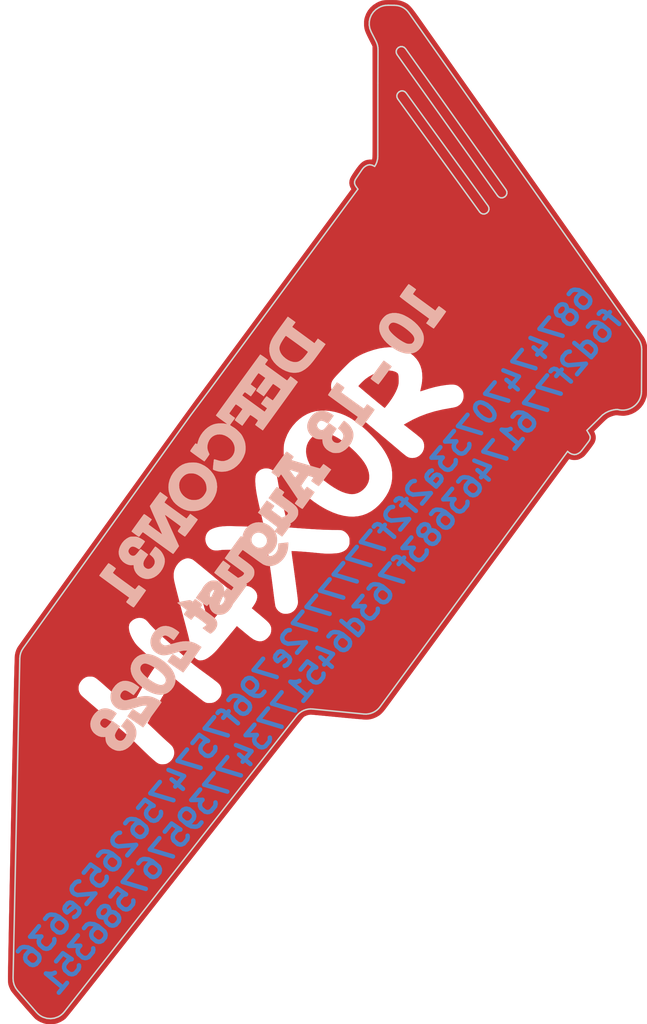
<source format=kicad_pcb>
(kicad_pcb (version 20221018) (generator pcbnew)
  (layers (0 "F.Cu" signal) (31 "B.Cu" signal) (34 "B.Paste" user) (35 "F.Paste" user) (36 "B.SilkS" user "B.Silkscreen") (37 "F.SilkS" user "F.Silkscreen") (38 "B.Mask" user) (39 "F.Mask" user) (44 "Edge.Cuts" user))
  (net 0 "")
  (footprint "LOGO" (layer "F.Cu") (at 61.644093 45.863841)
    (fp_text reference "G***" hide)
    (fp_text value "LOGO" hide)
  )
  (footprint "LOGO" (layer "F.Cu") (at 61.644093 45.863841)
    (fp_text reference "G***" hide)
    (fp_text value "LOGO" hide)
  )
  (footprint "LOGO" (layer "F.Cu") (at 60.324093 41.563841)
    (fp_text reference "G***" hide)
    (fp_text value "LOGO" hide)
  )
  (footprint "LOGO" (layer "F.Cu") (at 61.644093 45.863841)
    (fp_text reference "G***" hide)
    (fp_text value "LOGO" hide)
  )
  (footprint "LOGO" (layer "F.Cu") (at 61.644093 45.863841)
    (fp_text reference "G***" hide)
    (fp_text value "LOGO" hide)
    (fp_poly (pts (xy -21.463095 5.745843) (xy -21.41831 5.779027) (xy -21.349911 5.832385) (xy -21.262244 5.902326) (xy -21.159652 5.985256) (xy -21.046481 6.077581) (xy -20.927076 6.175711) (xy -20.80578 6.27605) (xy -20.68694 6.375007) (xy -20.5749 6.468988) (xy -20.474004 6.554401) (xy -20.388598 6.627652) (xy -20.323025 6.685149) (xy -20.281631 6.723298) (xy -20.268642 6.738108) (xy -20.281034 6.758447) (xy -20.316215 6.805671) (xy -20.369714 6.874321) (xy -20.43706 6.958936) (xy -20.513783 7.054058) (xy -20.595413 7.154224) (xy -20.677479 7.253977) (xy -20.75551 7.347856) (xy -20.825037 7.4304) (xy -20.881588 7.49615) (xy -20.920693 7.539646) (xy -20.937844 7.555426) (xy -20.950041 7.537107) (xy -20.970105 7.487272) (xy -20.994474 7.415167) (xy -21.004714 7.381875) (xy -21.077131 7.139264) (xy -21.146563 6.905286) (xy -21.212046 6.683278) (xy -21.272616 6.476579) (xy -21.327309 6.288526) (xy -21.375161 6.122458) (xy -21.415208 5.981714) (xy -21.446485 5.86963) (xy -21.468029 5.789546) (xy -21.478877 5.744798) (xy -21.479922 5.736428) (xy -21.463095 5.745843)) (stroke (width 0.01)) (fill solid) (layer "F.Cu"))
    (fp_poly (pts (xy -13.150027 -5.328012) (xy -12.97799 -5.304905) (xy -12.800901 -5.257164) (xy -12.643531 -5.198353) (xy -12.437127 -5.100383) (xy -12.21415 -4.970987) (xy -11.980097 -4.814863) (xy -11.740464 -4.636713) (xy -11.500745 -4.441236) (xy -11.266438 -4.233131) (xy -11.043037 -4.017099) (xy -10.836039 -3.797838) (xy -10.65094 -3.58005) (xy -10.493236 -3.368433) (xy -10.478765 -3.347172) (xy -10.339089 -3.113279) (xy -10.235746 -2.881134) (xy -10.169325 -2.653529) (xy -10.140414 -2.433251) (xy -10.149602 -2.223091) (xy -10.197478 -2.025837) (xy -10.19906 -2.021416) (xy -10.285194 -1.837325) (xy -10.40279 -1.667747) (xy -10.545748 -1.517911) (xy -10.707964 -1.393046) (xy -10.883337 -1.298382) (xy -11.065764 -1.239147) (xy -11.124277 -1.22858) (xy -11.221993 -1.215805) (xy -11.297835 -1.210743) (xy -11.370771 -1.213431) (xy -11.459774 -1.223911) (xy -11.497767 -1.229358) (xy -11.72742 -1.279975) (xy -11.973702 -1.36703) (xy -12.237044 -1.490764) (xy -12.51788 -1.651418) (xy -12.816643 -1.84923) (xy -13.133766 -2.084443) (xy -13.347796 -2.255733) (xy -13.605062 -2.487384) (xy -13.829685 -2.731778) (xy -14.020063 -2.986212) (xy -14.174594 -3.247986) (xy -14.291679 -3.514399) (xy -14.369716 -3.782751) (xy -14.406548 -4.041732) (xy -14.401298 -4.269542) (xy -14.355978 -4.488967) (xy -14.272677 -4.69547) (xy -14.153485 -4.884512) (xy -14.000491 -5.051552) (xy -13.90563 -5.1302) (xy -13.77091 -5.218952) (xy -13.636606 -5.278651) (xy -13.489016 -5.31404) (xy -13.330992 -5.329145) (xy -13.150027 -5.328012)) (stroke (width 0.01)) (fill solid) (layer "F.Cu"))
    (fp_poly (pts (xy -8.584187 -9.529346) (xy -8.41303 -9.479882) (xy -8.360833 -9.456327) (xy -8.289713 -9.417988) (xy -8.237823 -9.379949) (xy -8.201871 -9.334707) (xy -8.17856 -9.274765) (xy -8.164598 -9.192621) (xy -8.156691 -9.080776) (xy -8.153072 -8.983309) (xy -8.150441 -8.855061) (xy -8.152384 -8.755957) (xy -8.15993 -8.672958) (xy -8.174109 -8.593023) (xy -8.188817 -8.530787) (xy -8.250655 -8.339647) (xy -8.343581 -8.128203) (xy -8.464755 -7.901466) (xy -8.611337 -7.664447) (xy -8.780484 -7.422157) (xy -8.921239 -7.239) (xy -8.984433 -7.161075) (xy -9.038548 -7.096395) (xy -9.077938 -7.051566) (xy -9.096956 -7.033199) (xy -9.097148 -7.033127) (xy -9.11581 -7.045362) (xy -9.163933 -7.082283) (xy -9.238493 -7.141435) (xy -9.336463 -7.220362) (xy -9.45482 -7.316608) (xy -9.590536 -7.427718) (xy -9.740587 -7.551236) (xy -9.901947 -7.684707) (xy -9.990666 -7.758349) (xy -10.156389 -7.896341) (xy -10.311783 -8.02625) (xy -10.453888 -8.145567) (xy -10.579745 -8.251781) (xy -10.686395 -8.342383) (xy -10.770877 -8.414863) (xy -10.830231 -8.46671) (xy -10.861498 -8.495415) (xy -10.865669 -8.50039) (xy -10.845575 -8.532002) (xy -10.800122 -8.585337) (xy -10.73568 -8.654093) (xy -10.658616 -8.731965) (xy -10.575299 -8.812648) (xy -10.492097 -8.889841) (xy -10.415379 -8.957238) (xy -10.354812 -9.006067) (xy -10.142515 -9.149973) (xy -9.91734 -9.273777) (xy -9.684437 -9.376316) (xy -9.448953 -9.456427) (xy -9.216038 -9.512948) (xy -8.99084 -9.544717) (xy -8.778506 -9.550571) (xy -8.584187 -9.529346)) (stroke (width 0.01)) (fill solid) (layer "F.Cu"))
    (fp_poly (pts (xy -8.476536 -34.563129) (xy -8.315048 -34.55682) (xy -8.179603 -34.54449) (xy -8.062121 -34.524755) (xy -7.954517 -34.496233) (xy -7.848711 -34.45754) (xy -7.73662 -34.407296) (xy -7.72839 -34.403339) (xy -7.657 -34.367306) (xy -7.590842 -34.329528) (xy -7.527457 -34.287191) (xy -7.464386 -34.237481) (xy -7.399172 -34.177583) (xy -7.329355 -34.104684) (xy -7.252478 -34.015968) (xy -7.166081 -33.908622) (xy -7.067707 -33.779832) (xy -6.954898 -33.626783) (xy -6.825194 -33.446661) (xy -6.676137 -33.236652) (xy -6.538447 -33.041166) (xy -6.474395 -32.950084) (xy -6.387064 -32.82599) (xy -6.277573 -32.670468) (xy -6.147037 -32.485105) (xy -5.996575 -32.271485) (xy -5.827303 -32.031193) (xy -5.640339 -31.765815) (xy -5.436799 -31.476936) (xy -5.2178 -31.166141) (xy -4.984461 -30.835015) (xy -4.737897 -30.485144) (xy -4.479226 -30.118112) (xy -4.209565 -29.735504) (xy -3.930031 -29.338907) (xy -3.641742 -28.929905) (xy -3.345814 -28.510084) (xy -3.043364 -28.081027) (xy -2.73551 -27.644322) (xy -2.423369 -27.201552) (xy -2.108057 -26.754304) (xy -1.944159 -26.521833) (xy -1.591873 -26.022159) (xy -1.224406 -25.500952) (xy -0.843964 -24.961342) (xy -0.452753 -24.406458) (xy -0.052981 -23.83943) (xy 0.353145 -23.263388) (xy 0.76342 -22.681462) (xy 1.175637 -22.096781) (xy 1.58759 -21.512476) (xy 1.997071 -20.931676) (xy 2.401874 -20.35751) (xy 2.799792 -19.793109) (xy 3.18862 -19.241602) (xy 3.56615 -18.706119) (xy 3.930176 -18.18979) (xy 4.278491 -17.695744) (xy 4.608889 -17.227112) (xy 4.919163 -16.787022) (xy 5.189086 -16.404166) (xy 5.466929 -16.01004) (xy 5.73872 -15.624428) (xy 6.003426 -15.2488) (xy 6.26001 -14.884626) (xy 6.50744 -14.533378) (xy 6.74468 -14.196523) (xy 6.970697 -13.875534) (xy 7.184457 -13.571879) (xy 7.384923 -13.28703) (xy 7.571064 -13.022455) (xy 7.741843 -12.779625) (xy 7.896228 -12.560011) (xy 8.033183 -12.365082) (xy 8.151674 -12.196308) (xy 8.250667 -12.05516) (xy 8.329127 -11.943107) (xy 8.386021 -11.86162) (xy 8.420314 -11.812169) (xy 8.430531 -11.797065) (xy 8.506735 -11.652586) (xy 8.572793 -11.481662) (xy 8.622782 -11.299972) (xy 8.628449 -11.273152) (xy 8.634934 -11.237497) (xy 8.640491 -11.197191) (xy 8.645162 -11.14914) (xy 8.648985 -11.090253) (xy 8.652002 -11.017433) (xy 8.654253 -10.927589) (xy 8.655778 -10.817627) (xy 8.656618 -10.684451) (xy 8.656814 -10.52497) (xy 8.656405 -10.336089) (xy 8.655431 -10.114715) (xy 8.653935 -9.857754) (xy 8.651955 -9.562112) (xy 8.65155 -9.504561) (xy 8.649394 -9.205357) (xy 8.647383 -8.945376) (xy 8.64542 -8.721503) (xy 8.643409 -8.530629) (xy 8.641254 -8.369642) (xy 8.638857 -8.235429) (xy 8.636123 -8.124881) (xy 8.632954 -8.034884) (xy 8.629255 -7.962328) (xy 8.624929 -7.904102) (xy 8.619879 -7.857093) (xy 8.614009 -7.81819) (xy 8.607223 -7.784282) (xy 8.599424 -7.752257) (xy 8.596911 -7.742698) (xy 8.510539 -7.497499) (xy 8.388866 -7.272216) (xy 8.235385 -7.069816) (xy 8.053588 -6.893269) (xy 7.846969 -6.745542) (xy 7.619019 -6.629605) (xy 7.373231 -6.548426) (xy 7.144305 -6.508028) (xy 7.045021 -6.503594) (xy 6.920424 -6.50734) (xy 6.786628 -6.518737) (xy 6.773806 -6.520224) (xy 6.665359 -6.532024) (xy 6.585374 -6.536995) (xy 6.520488 -6.534856) (xy 6.45734 -6.525322) (xy 6.399521 -6.512285) (xy 6.306088 -6.484338) (xy 6.198353 -6.444439) (xy 6.099101 -6.401051) (xy 6.096 -6.399543) (xy 6.046261 -6.373815) (xy 5.99866 -6.345136) (xy 5.948696 -6.309649) (xy 5.891863 -6.263495) (xy 5.823657 -6.202814) (xy 5.739575 -6.123749) (xy 5.635112 -6.022439) (xy 5.505765 -5.895026) (xy 5.496871 -5.886226) (xy 5.056491 -5.450416) (xy 5.099497 -5.353241) (xy 5.157603 -5.181242) (xy 5.175111 -5.015608) (xy 5.151963 -4.850521) (xy 5.093094 -4.690656) (xy 5.061548 -4.635525) (xy 5.007816 -4.554524) (xy 4.936923 -4.454206) (xy 4.853898 -4.341128) (xy 4.763769 -4.221844) (xy 4.671562 -4.102911) (xy 4.582306 -3.990882) (xy 4.501028 -3.892313) (xy 4.432756 -3.813759) (xy 4.382517 -3.761776) (xy 4.376592 -3.756453) (xy 4.311989 -3.708103) (xy 4.225995 -3.654053) (xy 4.136143 -3.605246) (xy 4.1275 -3.601016) (xy 4.038959 -3.560928) (xy 3.965657 -3.536673) (xy 3.88865 -3.523603) (xy 3.788988 -3.517069) (xy 3.784638 -3.516893) (xy 3.658853 -3.516515) (xy 3.559747 -3.527828) (xy 3.491342 -3.545801) (xy 3.427541 -3.565786) (xy 3.390218 -3.57139) (xy 3.365931 -3.562314) (xy 3.34525 -3.542575) (xy 3.330448 -3.523127) (xy 3.291353 -3.470616) (xy 3.228739 -3.386092) (xy 3.143378 -3.270606) (xy 3.036045 -3.125209) (xy 2.907513 -2.950952) (xy 2.758555 -2.748885) (xy 2.589943 -2.52006) (xy 2.402453 -2.265528) (xy 2.196857 -1.986338) (xy 1.973928 -1.683543) (xy 1.73444 -1.358192) (xy 1.479167 -1.011337) (xy 1.20888 -0.644029) (xy 0.924355 -0.257318) (xy 0.626364 0.147744) (xy 0.315681 0.570108) (xy -0.006921 1.008721) (xy -0.340669 1.462534) (xy -0.684789 1.930494) (xy -1.038508 2.411553) (xy -1.401052 2.904658) (xy -1.771648 3.408758) (xy -2.149524 3.922804) (xy -2.533904 4.445743) (xy -2.688932 4.656667) (xy -3.077879 5.18585) (xy -3.46153 5.707806) (xy -3.839068 6.221429) (xy -4.209682 6.725611) (xy -4.572556 7.219245) (xy -4.926876 7.701225) (xy -5.271828 8.170443) (xy -5.606599 8.625792) (xy -5.930374 9.066166) (xy -6.242339 9.490457) (xy -6.541681 9.897558) (xy -6.827584 10.286363) (xy -7.099235 10.655763) (xy -7.35582 11.004654) (xy -7.596524 11.331926) (xy -7.820534 11.636474) (xy -8.027036 11.917191) (xy -8.215216 12.172968) (xy -8.384258 12.4027) (xy -8.533351 12.60528) (xy -8.661678 12.779599) (xy -8.768427 12.924553) (xy -8.852783 13.039032) (xy -8.913932 13.121931) (xy -8.95106 13.172142) (xy -8.957168 13.180364) (xy -9.077988 13.339136) (xy -9.182674 13.467533) (xy -9.277317 13.571215) (xy -9.368008 13.655836) (xy -9.460838 13.727054) (xy -9.561898 13.790525) (xy -9.677279 13.851906) (xy -9.68375 13.855129) (xy -9.882581 13.93905) (xy -10.079858 13.989734) (xy -10.291292 14.010852) (xy -10.355049 14.011966) (xy -10.404785 14.009962) (xy -10.493071 14.004043) (xy -10.616334 13.994525) (xy -10.771005 13.981723) (xy -10.95351 13.965954) (xy -11.160279 13.947532) (xy -11.387739 13.926773) (xy -11.63232 13.903993) (xy -11.890449 13.879507) (xy -12.158555 13.853631) (xy -12.267401 13.843) (xy -12.536055 13.816792) (xy -12.79437 13.791824) (xy -13.038985 13.768409) (xy -13.266536 13.746856) (xy -13.473662 13.727478) (xy -13.657001 13.710585) (xy -13.813191 13.696489) (xy -13.938869 13.685502) (xy -14.030674 13.677933) (xy -14.085243 13.674094) (xy -14.09683 13.673667) (xy -14.227917 13.688724) (xy -14.36844 13.729747) (xy -14.500342 13.790509) (xy -14.57325 13.837905) (xy -14.588411 13.853176) (xy -14.618183 13.88721) (xy -14.662974 13.940523) (xy -14.723189 14.013628) (xy -14.799236 14.107039) (xy -14.89152 14.221271) (xy -15.000448 14.356839) (xy -15.126427 14.514256) (xy -15.269863 14.694037) (xy -15.431163 14.896697) (xy -15.610733 15.122749) (xy -15.808979 15.372709) (xy -16.026309 15.647089) (xy -16.263129 15.946405) (xy -16.519845 16.271172) (xy -16.796864 16.621902) (xy -17.094592 16.999112) (xy -17.413436 17.403314) (xy -17.753802 17.835024) (xy -18.116097 18.294755) (xy -18.500728 18.783023) (xy -18.9081 19.300341) (xy -19.338621 19.847223) (xy -19.792697 20.424185) (xy -20.270734 21.03174) (xy -20.773139 21.670403) (xy -21.300319 22.340688) (xy -21.85268 23.04311) (xy -22.430628 23.778182) (xy -22.607803 24.003546) (xy -23.169143 24.717542) (xy -23.704908 25.39894) (xy -24.215656 26.048445) (xy -24.701944 26.666764) (xy -25.164332 27.254602) (xy -25.603377 27.812664) (xy -26.019637 28.341657) (xy -26.413671 28.842286) (xy -26.786037 29.315256) (xy -27.137293 29.761275) (xy -27.467998 30.181046) (xy -27.778708 30.575276) (xy -28.069984 30.944671) (xy -28.342382 31.289936) (xy -28.596462 31.611777) (xy -28.83278 31.910899) (xy -29.051896 32.188009) (xy -29.254368 32.443812) (xy -29.440754 32.679014) (xy -29.611611 32.89432) (xy -29.767499 33.090436) (xy -29.908975 33.268068) (xy -30.036598 33.427922) (xy -30.150926 33.570702) (xy -30.252516 33.697116) (xy -30.341928 33.807868) (xy -30.419719 33.903665) (xy -30.486448 33.985212) (xy -30.542673 34.053214) (xy -30.588951 34.108378) (xy -30.625842 34.151409) (xy -30.653902 34.183012) (xy -30.673692 34.203894) (xy -30.682887 34.212481) (xy -30.832565 34.321543) (xy -31.005148 34.419068) (xy -31.183479 34.496157) (xy -31.300144 34.532587) (xy -31.410244 34.553628) (xy -31.543097 34.568515) (xy -31.683068 34.576404) (xy -31.814519 34.576453) (xy -31.921815 34.567818) (xy -31.929916 34.566559) (xy -32.161267 34.510927) (xy -32.384425 34.423298) (xy -32.587862 34.308723) (xy -32.690604 34.233273) (xy -32.734467 34.19266) (xy -32.801913 34.123647) (xy -32.889584 34.030096) (xy -32.994121 33.915869) (xy -33.112168 33.78483) (xy -33.240367 33.64084) (xy -33.37536 33.487762) (xy -33.513789 33.32946) (xy -33.652297 33.169795) (xy -33.787526 33.01263) (xy -33.916118 32.861827) (xy -34.034715 32.72125) (xy -34.139961 32.594761) (xy -34.228496 32.486222) (xy -34.296965 32.399496) (xy -34.342008 32.338445) (xy -34.354339 32.319366) (xy -34.403467 32.226356) (xy -34.453674 32.116399) (xy -34.494154 32.013178) (xy -34.494408 32.012449) (xy -34.515918 31.947292) (xy -34.531658 31.888444) (xy -34.542731 31.826917) (xy -34.550239 31.753721) (xy -34.555285 31.65987) (xy -34.558971 31.536374) (xy -34.560351 31.474834) (xy -34.560405 31.430326) (xy -34.559581 31.344818) (xy -34.557906 31.219634) (xy -34.555405 31.056098) (xy -34.552104 30.855534) (xy -34.548029 30.619265) (xy -34.543207 30.348614) (xy -34.537662 30.044907) (xy -34.531421 29.709466) (xy -34.52451 29.343616) (xy -34.516955 28.948679) (xy -34.508782 28.525981) (xy -34.500017 28.076845) (xy -34.490685 27.602594) (xy -34.480813 27.104553) (xy -34.470426 26.584044) (xy -34.45955 26.042393) (xy -34.448212 25.480922) (xy -34.436438 24.900956) (xy -34.424253 24.303818) (xy -34.411682 23.690833) (xy -34.398753 23.063323) (xy -34.385491 22.422613) (xy -34.371923 21.770026) (xy -34.358073 21.106886) (xy -34.344897 20.47875) (xy -34.327057 19.631094) (xy -34.310039 18.824919) (xy -34.293825 18.059383) (xy -34.278393 17.333641) (xy -34.263725 16.646851) (xy -34.2498 15.998169) (xy -34.2366 15.386752) (xy -34.224104 14.811755) (xy -34.212292 14.272337) (xy -34.201145 13.767653) (xy -34.190644 13.29686) (xy -34.180767 12.859115) (xy -34.171497 12.453574) (xy -34.162812 12.079395) (xy -34.158222 11.885084) (xy -29.791117 11.885084) (xy -29.787989 11.985062) (xy -29.776404 12.061913) (xy -29.752587 12.134583) (xy -29.732082 12.181417) (xy -29.704664 12.237928) (xy -29.676647 12.286771) (xy -29.643075 12.333299) (xy -29.598996 12.382863) (xy -29.539454 12.440815) (xy -29.459496 12.512505) (xy -29.354168 12.603286) (xy -29.294666 12.65392) (xy -29.225823 12.712632) (xy -29.129274 12.795335) (xy -29.009328 12.898323) (xy -28.870294 13.017888) (xy -28.716479 13.150322) (xy -28.552192 13.291918) (xy -28.381742 13.438967) (xy -28.209435 13.587763) (xy -28.183416 13.610245) (xy -28.00695 13.762608) (xy -27.828188 13.916716) (xy -27.651999 14.068385) (xy -27.483254 14.213434) (xy -27.326822 14.34768) (xy -27.187574 14.46694) (xy -27.070379 14.567031) (xy -26.980108 14.643771) (xy -26.976916 14.646473) (xy -26.825889 14.774867) (xy -26.691035 14.890946) (xy -26.56664 14.999952) (xy -26.446991 15.107129) (xy -26.326375 15.217717) (xy -26.19908 15.336959) (xy -26.059391 15.470098) (xy -25.901595 15.622374) (xy -25.71998 15.799031) (xy -25.707196 15.8115) (xy -25.572855 15.942091) (xy -25.436631 16.073671) (xy -25.304463 16.200565) (xy -25.18229 16.317097) (xy -25.076048 16.41759) (xy -24.991678 16.496369) (xy -24.965275 16.520628) (xy -24.813962 16.657843) (xy -24.688543 16.768628) (xy -24.584221 16.855712) (xy -24.496199 16.921823) (xy -24.419681 16.969688) (xy -24.349868 17.002035) (xy -24.281964 17.021592) (xy -24.211172 17.031088) (xy -24.132694 17.033249) (xy -24.0665 17.031719) (xy -23.963284 17.025339) (xy -23.885944 17.012231) (xy -23.818142 16.988832) (xy -23.774698 16.968092) (xy -23.613883 16.863406) (xy -23.484284 16.731494) (xy -23.388189 16.575175) (xy -23.334605 16.425398) (xy -23.310553 16.262198) (xy -23.325439 16.104753) (xy -23.380147 15.94512) (xy -23.390536 15.923165) (xy -23.419396 15.8693) (xy -23.453578 15.818757) (xy -23.498773 15.765271) (xy -23.560675 15.702574) (xy -23.644976 15.624401) (xy -23.734185 15.544908) (xy -23.837453 15.452576) (xy -23.961267 15.339931) (xy -24.095739 15.216088) (xy -24.230981 15.09016) (xy -24.357105 14.971261) (xy -24.373416 14.955748) (xy -24.489968 14.844833) (xy -24.609632 14.731086) (xy -24.724529 14.621987) (xy -24.82678 14.525016) (xy -24.908504 14.447655) (xy -24.926859 14.430316) (xy -25.120468 14.247539) (xy -24.612684 13.341478) (xy -24.47227 13.091174) (xy -24.349955 12.873802) (xy -24.243316 12.685265) (xy -24.149933 12.521467) (xy -24.067384 12.378313) (xy -23.993247 12.251706) (xy -23.9251 12.13755) (xy -23.860521 12.031749) (xy -23.797089 11.930208) (xy -23.732382 11.82883) (xy -23.663978 11.72352) (xy -23.589456 11.610181) (xy -23.585787 11.604625) (xy -23.497232 11.472281) (xy -23.427788 11.373084) (xy -23.374666 11.303951) (xy -23.335083 11.261796) (xy -23.306251 11.243537) (xy -23.285385 11.246089) (xy -23.273686 11.259152) (xy -23.251913 11.280767) (xy -23.20064 11.325064) (xy -23.123865 11.388842) (xy -23.025588 11.4689) (xy -22.909807 11.562036) (xy -22.780521 11.66505) (xy -22.641729 11.774739) (xy -22.497428 11.887904) (xy -22.351619 12.001342) (xy -22.214416 12.107159) (xy -22.081656 12.209293) (xy -21.944794 12.314994) (xy -21.812288 12.4177) (xy -21.692595 12.510849) (xy -21.594173 12.587881) (xy -21.55825 12.616192) (xy -21.435939 12.711586) (xy -21.338567 12.783023) (xy -21.25877 12.833907) (xy -21.189185 12.867644) (xy -21.122448 12.887639) (xy -21.051195 12.897295) (xy -20.968063 12.900018) (xy -20.944416 12.900014) (xy -20.783061 12.8898) (xy -20.647926 12.857376) (xy -20.526633 12.797915) (xy -20.406803 12.70659) (xy -20.375642 12.678232) (xy -20.257345 12.550008) (xy -20.176715 12.418801) (xy -20.129467 12.275961) (xy -20.112844 12.147868) (xy -20.117993 11.971838) (xy -20.156975 11.817238) (xy -20.231422 11.67802) (xy -20.244464 11.659823) (xy -20.272656 11.624529) (xy -20.30793 11.58647) (xy -20.3533 11.543256) (xy -20.411777 11.492502) (xy -20.486376 11.431819) (xy -20.580109 11.35882) (xy -20.695989 11.271117) (xy -20.837029 11.166324) (xy -21.006243 11.042052) (xy -21.206642 10.895915) (xy -21.229851 10.879034) (xy -21.410928 10.747031) (xy -21.570351 10.629815) (xy -21.712716 10.523576) (xy -21.84262 10.424504) (xy -21.96466 10.328788) (xy -22.083431 10.232616) (xy -22.203532 10.132178) (xy -22.329558 10.023662) (xy -22.466107 9.903259) (xy -22.617774 9.767157) (xy -22.789158 9.611545) (xy -22.984853 9.432613) (xy -23.08225 9.343307) (xy -23.218028 9.2192) (xy -23.360251 9.090015) (xy -23.501275 8.96264) (xy -23.633456 8.843959) (xy -23.749151 8.74086) (xy -23.833666 8.666381) (xy -23.98619 8.531106) (xy -24.143619 8.387858) (xy -24.301514 8.240963) (xy -24.455431 8.094744) (xy -24.600928 7.953527) (xy -24.733565 7.821638) (xy -24.848899 7.7034) (xy -24.942488 7.603139) (xy -25.00989 7.52518) (xy -25.023576 7.507792) (xy -25.150126 7.360152) (xy -25.27637 7.251961) (xy -25.407203 7.180656) (xy -25.547522 7.143672) (xy -25.702223 7.138447) (xy -25.725785 7.140143) (xy -25.86949 7.168058) (xy -26.009818 7.224074) (xy -26.13866 7.302485) (xy -26.247909 7.397586) (xy -26.329457 7.503673) (xy -26.369442 7.593082) (xy -26.394324 7.744976) (xy -26.385568 7.917899) (xy -26.344141 8.108498) (xy -26.271013 8.313418) (xy -26.16715 8.529307) (xy -26.035521 8.749757) (xy -25.994308 8.81127) (xy -25.952961 8.868747) (xy -25.908196 8.925485) (xy -25.85673 8.984776) (xy -25.795278 9.049915) (xy -25.720557 9.124197) (xy -25.629283 9.210917) (xy -25.518172 9.313367) (xy -25.383942 9.434843) (xy -25.223307 9.57864) (xy -25.098665 9.689653) (xy -24.963216 9.810528) (xy -24.838243 9.922804) (xy -24.727172 10.023347) (xy -24.633431 10.109021) (xy -24.560447 10.176689) (xy -24.511646 10.223218) (xy -24.490456 10.24547) (xy -24.489833 10.246727) (xy -24.501482 10.268727) (xy -24.533431 10.318308) (xy -24.581181 10.388741) (xy -24.640232 10.473296) (xy -24.658657 10.499256) (xy -24.743015 10.619649) (xy -24.828274 10.745543) (xy -24.916164 10.879855) (xy -25.008415 11.025499) (xy -25.106757 11.185392) (xy -25.21292 11.362449) (xy -25.328632 11.559586) (xy -25.455626 11.779717) (xy -25.595629 12.02576) (xy -25.750372 12.300629) (xy -25.921585 12.60724) (xy -26.099387 12.927542) (xy -26.158728 13.032538) (xy -26.212274 13.123258) (xy -26.2563 13.193709) (xy -26.287083 13.237897) (xy -26.299951 13.250334) (xy -26.322685 13.236051) (xy -26.367871 13.197284) (xy -26.428714 13.140148) (xy -26.49058 13.078751) (xy -26.558092 13.012603) (xy -26.650108 12.92597) (xy -26.758959 12.825885) (xy -26.876975 12.719378) (xy -26.99649 12.613479) (xy -27.029833 12.584323) (xy -27.157089 12.47311) (xy -27.305347 12.343051) (xy -27.464008 12.203475) (xy -27.622477 12.063709) (xy -27.770155 11.933079) (xy -27.823583 11.885695) (xy -28.013205 11.717532) (xy -28.174497 11.575335) (xy -28.310753 11.456925) (xy -28.425268 11.360124) (xy -28.521335 11.282756) (xy -28.602249 11.222642) (xy -28.671303 11.177604) (xy -28.731792 11.145464) (xy -28.78701 11.124045) (xy -28.840251 11.111169) (xy -28.894808 11.104658) (xy -28.953977 11.102333) (xy -29.008916 11.102024) (xy -29.110018 11.103939) (xy -29.184381 11.111698) (xy -29.247494 11.128121) (xy -29.314844 11.156029) (xy -29.320824 11.158816) (xy -29.458806 11.244432) (xy -29.583943 11.36232) (xy -29.686553 11.502537) (xy -29.724126 11.573071) (xy -29.760177 11.656004) (xy -29.780561 11.725568) (xy -29.78946 11.80124) (xy -29.791117 11.885084) (xy -34.158222 11.885084) (xy -34.154693 11.735732) (xy -34.147121 11.421744) (xy -34.140075 11.136587) (xy -34.133537 10.879417) (xy -34.127486 10.649391) (xy -34.121902 10.445666) (xy -34.116766 10.267398) (xy -34.112058 10.113744) (xy -34.107758 9.983861) (xy -34.103847 9.876904) (xy -34.100305 9.792032) (xy -34.097112 9.728399) (xy -34.094249 9.685164) (xy -34.091874 9.662584) (xy -34.047931 9.455687) (xy -33.982407 9.272565) (xy -33.911233 9.133417) (xy -33.891653 9.10382) (xy -33.848201 9.041203) (xy -33.781805 8.946852) (xy -33.693394 8.822056) (xy -33.583896 8.668102) (xy -33.454239 8.486278) (xy -33.305351 8.277872) (xy -33.138161 8.044171) (xy -32.953596 7.786463) (xy -32.752585 7.506036) (xy -32.536057 7.204178) (xy -32.304938 6.882175) (xy -32.060159 6.541316) (xy -31.802645 6.182889) (xy -31.533327 5.808181) (xy -31.253132 5.41848) (xy -30.962989 5.015074) (xy -30.663825 4.599249) (xy -30.459282 4.315022) (xy -23.365293 4.315022) (xy -23.363663 4.361915) (xy -23.360643 4.415579) (xy -23.355641 4.470122) (xy -23.347763 4.529615) (xy -23.336111 4.598128) (xy -23.31979 4.679731) (xy -23.297902 4.778494) (xy -23.269554 4.898488) (xy -23.233847 5.043782) (xy -23.189886 5.218448) (xy -23.136775 5.426554) (xy -23.084396 5.630334) (xy -23.022305 5.870879) (xy -22.955325 6.129407) (xy -22.885803 6.39693) (xy -22.81608 6.664462) (xy -22.748503 6.923013) (xy -22.685414 7.163597) (xy -22.629159 7.377226) (xy -22.601333 7.482417) (xy -22.535676 7.730649) (xy -22.479955 7.942852) (xy -22.433043 8.123857) (xy -22.39381 8.278497) (xy -22.361127 8.411604) (xy -22.333865 8.52801) (xy -22.310896 8.632547) (xy -22.29109 8.730047) (xy -22.273319 8.825342) (xy -22.256454 8.923264) (xy -22.239365 9.028646) (xy -22.237855 9.038167) (xy -22.200012 9.24776) (xy -22.157923 9.420964) (xy -22.109641 9.563663) (xy -22.05322 9.68174) (xy -21.996025 9.76898) (xy -21.927002 9.844078) (xy -21.84011 9.915458) (xy -21.748122 9.974277) (xy -21.663815 10.011694) (xy -21.635237 10.018666) (xy -21.535103 10.022495) (xy -21.416002 10.007861) (xy -21.295662 9.977408) (xy -21.251156 9.961391) (xy -21.098642 9.885598) (xy -20.93263 9.775309) (xy -20.757842 9.634238) (xy -20.579001 9.4661) (xy -20.453759 9.334102) (xy -20.409553 9.284) (xy -20.34194 9.205561) (xy -20.254521 9.103044) (xy -20.150899 8.980707) (xy -20.034675 8.84281) (xy -19.909452 8.693614) (xy -19.778831 8.537377) (xy -19.698205 8.440632) (xy -19.086994 7.70631) (xy -18.936205 7.829911) (xy -18.873368 7.881593) (xy -18.785591 7.954034) (xy -18.680489 8.040934) (xy -18.56568 8.135994) (xy -18.448782 8.232916) (xy -18.425583 8.252167) (xy -18.280872 8.369567) (xy -18.149885 8.470477) (xy -18.037564 8.551264) (xy -17.94885 8.608297) (xy -17.917583 8.625429) (xy -17.736035 8.699042) (xy -17.564446 8.731611) (xy -17.401845 8.722992) (xy -17.247257 8.673037) (xy -17.099709 8.5816) (xy -16.994076 8.486728) (xy -16.882746 8.356352) (xy -16.808407 8.22727) (xy -16.767014 8.090379) (xy -16.754538 7.947702) (xy -16.756086 7.854212) (xy -16.764964 7.784241) (xy -16.785316 7.719094) (xy -16.821284 7.640078) (xy -16.823882 7.634788) (xy -16.849146 7.588266) (xy -16.880676 7.540785) (xy -16.921429 7.489548) (xy -16.974359 7.431756) (xy -17.042421 7.364608) (xy -17.128573 7.285308) (xy -17.235768 7.191055) (xy -17.366963 7.079052) (xy -17.525114 6.946498) (xy -17.713175 6.790596) (xy -17.730127 6.776597) (xy -18.071837 6.494472) (xy -17.959092 6.337329) (xy -17.835192 6.142867) (xy -17.751615 5.960674) (xy -17.708355 5.790153) (xy -17.705403 5.630706) (xy -17.742754 5.481738) (xy -17.820399 5.342649) (xy -17.938331 5.212844) (xy -17.945333 5.206543) (xy -18.096355 5.092169) (xy -18.246804 5.018198) (xy -18.395132 4.984975) (xy -18.539789 4.992847) (xy -18.679228 5.042159) (xy -18.679583 5.042342) (xy -18.75098 5.086437) (xy -18.840962 5.152415) (xy -18.938995 5.231429) (xy -19.034549 5.314631) (xy -19.11709 5.393174) (xy -19.176086 5.458211) (xy -19.178812 5.461704) (xy -19.23354 5.532747) (xy -20.596978 4.402785) (xy -20.807272 4.228739) (xy -21.009975 4.061436) (xy -21.202476 3.903004) (xy -21.382161 3.755571) (xy -21.546418 3.621268) (xy -21.692636 3.502223) (xy -21.818201 3.400566) (xy -21.920502 3.318426) (xy -21.996925 3.257931) (xy -22.04486 3.221211) (xy -22.058149 3.21191) (xy -22.149342 3.167963) (xy -22.257762 3.134636) (xy -22.293655 3.127399) (xy -22.37899 3.115831) (xy -22.448951 3.116275) (xy -22.525327 3.129912) (xy -22.575068 3.14268) (xy -22.746526 3.210376) (xy -22.907119 3.315717) (xy -23.052194 3.454476) (xy -23.1771 3.622423) (xy -23.250996 3.757084) (xy -23.308514 3.892942) (xy -23.344913 4.021427) (xy -23.362927 4.157225) (xy -23.365293 4.315022) (xy -30.459282 4.315022) (xy -30.356568 4.172295) (xy -30.042148 3.735498) (xy -29.721492 3.290147) (xy -29.395528 2.837529) (xy -29.065185 2.378931) (xy -28.73139 1.915642) (xy -28.640675 1.78976) (xy -21.223434 1.78976) (xy -21.215315 1.943979) (xy -21.178616 2.094971) (xy -21.113673 2.237322) (xy -21.020823 2.365618) (xy -20.9004 2.474443) (xy -20.752741 2.558386) (xy -20.73632 2.565272) (xy -20.641137 2.589707) (xy -20.515774 2.60052) (xy -20.370169 2.597596) (xy -20.214265 2.580818) (xy -20.16125 2.57204) (xy -20.1219 2.56599) (xy -20.074066 2.560896) (xy -20.014612 2.556727) (xy -19.940403 2.553448) (xy -19.848301 2.551027) (xy -19.735173 2.549432) (xy -19.59788 2.548629) (xy -19.433289 2.548586) (xy -19.238262 2.549271) (xy -19.009664 2.55065) (xy -18.744359 2.55269) (xy -18.505878 2.554757) (xy -17.01984 2.568101) (xy -17.009002 2.622842) (xy -17.002352 2.662167) (xy -16.990544 2.738086) (xy -16.974353 2.845279) (xy -16.954554 2.978423) (xy -16.931922 3.132198) (xy -16.907231 3.301283) (xy -16.881256 3.480356) (xy -16.854774 3.664096) (xy -16.828557 3.847182) (xy -16.803383 4.024293) (xy -16.780024 4.190108) (xy -16.763669 4.307417) (xy -16.74497 4.444893) (xy -16.722401 4.615044) (xy -16.697167 4.808517) (xy -16.670477 5.015961) (xy -16.643537 5.228022) (xy -16.617555 5.435348) (xy -16.605054 5.536304) (xy -16.582429 5.715378) (xy -16.56001 5.884467) (xy -16.538594 6.038145) (xy -16.518981 6.170987) (xy -16.50197 6.277568) (xy -16.488359 6.352462) (xy -16.479604 6.388495) (xy -16.403858 6.541356) (xy -16.294235 6.673722) (xy -16.15659 6.779714) (xy -16.027459 6.842619) (xy -15.911779 6.869832) (xy -15.77457 6.87678) (xy -15.630939 6.864412) (xy -15.495988 6.833677) (xy -15.420378 6.804441) (xy -15.265999 6.708602) (xy -15.13767 6.581829) (xy -15.039378 6.429317) (xy -14.975112 6.256263) (xy -14.964963 6.211079) (xy -14.956372 6.157647) (xy -14.952285 6.101201) (xy -14.953017 6.033797) (xy -14.958887 5.947494) (xy -14.970213 5.834346) (xy -14.98524 5.703784) (xy -15.001706 5.569062) (xy -15.023374 5.3976) (xy -15.049555 5.194577) (xy -15.079558 4.965174) (xy -15.112694 4.714572) (xy -15.148274 4.447952) (xy -15.185607 4.170493) (xy -15.224004 3.887377) (xy -15.262776 3.603784) (xy -15.301232 3.324895) (xy -15.318341 3.201661) (xy -15.338589 3.053491) (xy -15.356182 2.919592) (xy -15.370446 2.805523) (xy -15.380708 2.71684) (xy -15.386294 2.659103) (xy -15.386605 2.637915) (xy -15.362563 2.636053) (xy -15.301862 2.63736) (xy -15.210026 2.641461) (xy -15.092579 2.647983) (xy -14.955047 2.656552) (xy -14.802955 2.666794) (xy -14.641827 2.678337) (xy -14.477189 2.690806) (xy -14.314564 2.703828) (xy -14.159479 2.71703) (xy -14.017458 2.730038) (xy -14.00175 2.731549) (xy -13.849235 2.746271) (xy -13.692654 2.761321) (xy -13.543554 2.775594) (xy -13.413478 2.787985) (xy -13.313972 2.797387) (xy -13.313833 2.797401) (xy -13.170211 2.807112) (xy -13.006971 2.811918) (xy -12.833502 2.81211) (xy -12.659192 2.807978) (xy -12.493429 2.799813) (xy -12.345603 2.787905) (xy -12.225101 2.772545) (xy -12.170833 2.76203) (xy -11.971133 2.701892) (xy -11.806987 2.622067) (xy -11.675439 2.520457) (xy -11.573537 2.394962) (xy -11.5227 2.301543) (xy -11.492894 2.231775) (xy -11.474658 2.170571) (xy -11.465259 2.10301) (xy -11.461968 2.014171) (xy -11.46175 1.9685) (xy -11.463325 1.866854) (xy -11.469885 1.792516) (xy -11.484184 1.730523) (xy -11.508975 1.665908) (xy -11.523243 1.634247) (xy -11.60619 1.498679) (xy -11.718184 1.379834) (xy -11.848793 1.287553) (xy -11.931506 1.249121) (xy -11.979569 1.232703) (xy -12.02785 1.220839) (xy -12.084218 1.212845) (xy -12.156546 1.208034) (xy -12.252706 1.205721) (xy -12.380569 1.205221) (xy -12.434143 1.205347) (xy -12.650967 1.204277) (xy -12.886128 1.199576) (xy -13.143235 1.191075) (xy -13.425897 1.178606) (xy -13.737724 1.161997) (xy -14.082324 1.141081) (xy -14.463307 1.115688) (xy -14.700186 1.098998) (xy -14.891845 1.085163) (xy -15.069993 1.072113) (xy -15.230295 1.06018) (xy -15.368415 1.049696) (xy -15.480018 1.040992) (xy -15.560768 1.0344) (xy -15.60633 1.03025) (xy -15.615009 1.029046) (xy -15.620715 1.007973) (xy -15.63429 0.951164) (xy -15.654446 0.864218) (xy -15.679897 0.752731) (xy -15.709352 0.622299) (xy -15.735203 0.506871) (xy -15.773927 0.336354) (xy -15.820066 0.138053) (xy -15.870476 -0.074821) (xy -15.922013 -0.289057) (xy -15.971533 -0.491443) (xy -15.999361 -0.60325) (xy -16.063865 -0.863757) (xy -16.118515 -1.092638) (xy -16.165252 -1.298926) (xy -16.206018 -1.491651) (xy -16.242751 -1.679846) (xy -16.277394 -1.872543) (xy -16.29725 -1.989666) (xy -16.323885 -2.145854) (xy -16.346447 -2.267347) (xy -16.366716 -2.361376) (xy -16.386475 -2.435171) (xy -16.407504 -2.495965) (xy -16.431586 -2.550987) (xy -16.439538 -2.567181) (xy -16.530634 -2.704286) (xy -16.64927 -2.813791) (xy -16.789386 -2.893849) (xy -16.944923 -2.942612) (xy -17.109819 -2.958231) (xy -17.278014 -2.938859) (xy -17.443449 -2.882647) (xy -17.455415 -2.876973) (xy -17.552635 -2.818232) (xy -17.646907 -2.741088) (xy -17.727084 -2.656221) (xy -17.782023 -2.574312) (xy -17.790311 -2.556039) (xy -17.825456 -2.429159) (xy -17.844478 -2.264732) (xy -17.847413 -2.064339) (xy -17.834296 -1.829561) (xy -17.805165 -1.561979) (xy -17.760908 -1.268234) (xy -17.742266 -1.166106) (xy -17.71517 -1.02952) (xy -17.681061 -0.865179) (xy -17.641382 -0.679784) (xy -17.597573 -0.480039) (xy -17.551077 -0.272646) (xy -17.503334 -0.064306) (xy -17.485304 0.013125) (xy -17.440876 0.203556) (xy -17.399582 0.381568) (xy -17.362399 0.542869) (xy -17.330308 0.683166) (xy -17.304286 0.798166) (xy -17.285311 0.883577) (xy -17.274364 0.935107) (xy -17.272 0.948754) (xy -17.292417 0.955709) (xy -17.3507 0.961523) (xy -17.442398 0.966191) (xy -17.563058 0.96971) (xy -17.70823 0.972074) (xy -17.87346 0.973281) (xy -18.054297 0.973326) (xy -18.24629 0.972204) (xy -18.444987 0.969912) (xy -18.645935 0.966444) (xy -18.844683 0.961798) (xy -19.036779 0.955969) (xy -19.180159 0.950555) (xy -19.488722 0.941775) (xy -19.760848 0.943113) (xy -20.001355 0.955182) (xy -20.215057 0.978595) (xy -20.406772 1.013965) (xy -20.581315 1.061905) (xy -20.743501 1.123028) (xy -20.823565 1.159743) (xy -20.963387 1.248889) (xy -21.07295 1.361877) (xy -21.152587 1.493295) (xy -21.202637 1.637727) (xy -21.223434 1.78976) (xy -28.640675 1.78976) (xy -28.395073 1.448949) (xy -28.05716 0.98014) (xy -27.718582 0.510503) (xy -27.380264 0.041324) (xy -27.043137 -0.426107) (xy -26.708127 -0.890504) (xy -26.376164 -1.350579) (xy -26.048176 -1.805043) (xy -25.72509 -2.25261) (xy -25.407834 -2.691992) (xy -25.097338 -3.1219) (xy -24.794529 -3.541048) (xy -24.500336 -3.948148) (xy -24.378335 -4.116916) (xy -15.925604 -4.116916) (xy -15.925378 -3.964075) (xy -15.923063 -3.843767) (xy -15.917925 -3.746213) (xy -15.90923 -3.661635) (xy -15.896244 -3.580254) (xy -15.878943 -3.495536) (xy -15.779725 -3.12953) (xy -15.644489 -2.766587) (xy -15.477253 -2.414973) (xy -15.282036 -2.082953) (xy -15.062855 -1.778794) (xy -15.01726 -1.722948) (xy -14.777291 -1.457596) (xy -14.50241 -1.19317) (xy -14.199786 -0.935221) (xy -13.876587 -0.689301) (xy -13.539981 -0.460961) (xy -13.197138 -0.255754) (xy -12.961898 -0.131157) (xy -12.588698 0.038049) (xy -12.225035 0.16744) (xy -11.871518 0.256897) (xy -11.528757 0.306297) (xy -11.197362 0.315517) (xy -10.881434 0.285006) (xy -10.57807 0.214505) (xy -10.285637 0.103488) (xy -10.005117 -0.047416) (xy -9.73749 -0.237576) (xy -9.48374 -0.466361) (xy -9.244846 -0.73314) (xy -9.191397 -0.800724) (xy -8.992644 -1.082528) (xy -8.834404 -1.362406) (xy -8.71523 -1.644066) (xy -8.633678 -1.931212) (xy -8.588302 -2.22755) (xy -8.579076 -2.370666) (xy -8.58421 -2.669027) (xy -8.623217 -2.96281) (xy -8.697306 -3.256042) (xy -8.807689 -3.55275) (xy -8.955576 -3.856962) (xy -9.101409 -4.107966) (xy -9.273426 -4.362789) (xy -9.478313 -4.62815) (xy -9.710096 -4.898313) (xy -9.962803 -5.167537) (xy -10.23046 -5.430086) (xy -10.507093 -5.68022) (xy -10.786731 -5.912202) (xy -11.0634 -6.120293) (xy -11.331126 -6.298754) (xy -11.463481 -6.37718) (xy -11.779215 -6.536377) (xy -12.105509 -6.664633) (xy -12.437652 -6.761289) (xy -12.770932 -6.825687) (xy -13.100639 -6.857167) (xy -13.422062 -6.855072) (xy -13.730489 -6.818743) (xy -14.021211 -6.747522) (xy -14.048792 -6.738567) (xy -14.327962 -6.624746) (xy -14.59927 -6.472757) (xy -14.856201 -6.286744) (xy -15.081724 -6.081591) (xy -15.319289 -5.815413) (xy -15.517488 -5.538337) (xy -15.678752 -5.246173) (xy -15.805513 -4.93473) (xy -15.86926 -4.724839) (xy -15.889006 -4.647351) (xy -15.903452 -4.578457) (xy -15.913445 -4.509031) (xy -15.91983 -4.429947) (xy -15.923453 -4.33208) (xy -15.925159 -4.206305) (xy -15.925604 -4.116916) (xy -24.378335 -4.116916) (xy -24.215686 -4.341911) (xy -23.941508 -4.72105) (xy -23.678731 -5.084278) (xy -23.428281 -5.430307) (xy -23.191088 -5.757849) (xy -22.96808 -6.065616) (xy -22.760185 -6.352321) (xy -22.568331 -6.616676) (xy -22.393446 -6.857393) (xy -22.236458 -7.073185) (xy -22.098297 -7.262764) (xy -21.979889 -7.424842) (xy -21.882164 -7.558132) (xy -21.806049 -7.661345) (xy -21.773852 -7.704666) (xy -21.712304 -7.787294) (xy -21.626765 -7.902363) (xy -21.518375 -8.048331) (xy -21.388277 -8.223656) (xy -21.237612 -8.426795) (xy -21.208631 -8.465884) (xy -12.72873 -8.465884) (xy -12.703468 -8.289742) (xy -12.644569 -8.112642) (xy -12.554307 -7.943246) (xy -12.526298 -7.901977) (xy -12.497227 -7.870709) (xy -12.435972 -7.813154) (xy -12.343125 -7.729821) (xy -12.219279 -7.621218) (xy -12.065025 -7.487853) (xy -11.880956 -7.330232) (xy -11.667662 -7.148864) (xy -11.425736 -6.944257) (xy -11.155769 -6.716918) (xy -10.858354 -6.467355) (xy -10.678583 -6.316868) (xy -10.426057 -6.105571) (xy -10.17255 -5.893307) (xy -9.921192 -5.682704) (xy -9.675115 -5.476394) (xy -9.43745 -5.277005) (xy -9.21133 -5.087168) (xy -8.999885 -4.909512) (xy -8.806247 -4.746666) (xy -8.633548 -4.601261) (xy -8.484919 -4.475926) (xy -8.363491 -4.373291) (xy -8.297333 -4.317194) (xy -8.128311 -4.17381) (xy -7.987839 -4.055323) (xy -7.87236 -3.959034) (xy -7.778318 -3.882249) (xy -7.702154 -3.822271) (xy -7.640314 -3.776405) (xy -7.589239 -3.741955) (xy -7.545373 -3.716224) (xy -7.505159 -3.696518) (xy -7.46504 -3.680139) (xy -7.448992 -3.674196) (xy -7.329766 -3.64796) (xy -7.191296 -3.644327) (xy -7.049388 -3.662158) (xy -6.919846 -3.700311) (xy -6.887459 -3.714716) (xy -6.734892 -3.810147) (xy -6.61014 -3.930895) (xy -6.514861 -4.071268) (xy -6.450713 -4.225575) (xy -6.419353 -4.388126) (xy -6.422439 -4.553228) (xy -6.461629 -4.71519) (xy -6.538579 -4.868322) (xy -6.547564 -4.881695) (xy -6.583429 -4.924991) (xy -6.642241 -4.983007) (xy -6.726295 -5.057712) (xy -6.837883 -5.151074) (xy -6.979297 -5.265062) (xy -7.152831 -5.401644) (xy -7.156245 -5.404308) (xy -7.289231 -5.507987) (xy -7.413377 -5.604658) (xy -7.524247 -5.690876) (xy -7.617406 -5.763195) (xy -7.688418 -5.818172) (xy -7.732846 -5.852359) (xy -7.744082 -5.86086) (xy -7.794081 -5.897855) (xy -7.64857 -5.984301) (xy -7.196565 -6.232535) (xy -6.729403 -6.448559) (xy -6.243323 -6.633678) (xy -5.734561 -6.789195) (xy -5.199355 -6.916417) (xy -4.700927 -7.006405) (xy -4.549915 -7.030915) (xy -4.4331 -7.052444) (xy -4.342627 -7.072892) (xy -4.270639 -7.094154) (xy -4.209283 -7.118129) (xy -4.178134 -7.132711) (xy -4.031606 -7.227219) (xy -3.913299 -7.349629) (xy -3.825481 -7.494398) (xy -3.770418 -7.655985) (xy -3.750376 -7.828848) (xy -3.767623 -8.007445) (xy -3.787806 -8.087068) (xy -3.814358 -8.166335) (xy -3.843355 -8.22755) (xy -3.883337 -8.284126) (xy -3.942848 -8.349476) (xy -3.976765 -8.383811) (xy -4.066342 -8.465121) (xy -4.156528 -8.527225) (xy -4.25353 -8.571408) (xy -4.363552 -8.598952) (xy -4.492801 -8.611143) (xy -4.647482 -8.609262) (xy -4.833801 -8.594596) (xy -4.939611 -8.583004) (xy -5.313803 -8.527282) (xy -5.697889 -8.445941) (xy -6.098997 -8.337306) (xy -6.422514 -8.234482) (xy -6.518564 -8.202895) (xy -6.598993 -8.177823) (xy -6.655963 -8.16161) (xy -6.681641 -8.156598) (xy -6.68223 -8.156841) (xy -6.680568 -8.179095) (xy -6.670365 -8.233541) (xy -6.653409 -8.311319) (xy -6.637261 -8.379937) (xy -6.572104 -8.716969) (xy -6.543726 -9.036736) (xy -6.55188 -9.338364) (xy -6.59632 -9.620981) (xy -6.6768 -9.883712) (xy -6.793074 -10.125685) (xy -6.944896 -10.346026) (xy -7.132019 -10.543862) (xy -7.282106 -10.667176) (xy -7.541981 -10.835279) (xy -7.818038 -10.96563) (xy -8.110685 -11.058249) (xy -8.420331 -11.113156) (xy -8.747385 -11.130371) (xy -9.092255 -11.109915) (xy -9.45535 -11.051807) (xy -9.837078 -10.956069) (xy -10.237849 -10.82272) (xy -10.258887 -10.814882) (xy -10.545616 -10.699175) (xy -10.799486 -10.57786) (xy -11.029969 -10.445515) (xy -11.24654 -10.296716) (xy -11.451497 -10.132205) (xy -11.505846 -10.082853) (xy -11.584271 -10.007802) (xy -11.681724 -9.912073) (xy -11.793159 -9.800689) (xy -11.913527 -9.678674) (xy -12.03778 -9.55105) (xy -12.091609 -9.495218) (xy -12.240929 -9.33889) (xy -12.36314 -9.208167) (xy -12.461251 -9.098904) (xy -12.53827 -9.006958) (xy -12.597206 -8.928183) (xy -12.641069 -8.858437) (xy -12.672868 -8.793574) (xy -12.695611 -8.729451) (xy -12.712308 -8.661923) (xy -12.718082 -8.63241) (xy -12.72873 -8.465884) (xy -21.208631 -8.465884) (xy -21.067523 -8.656205) (xy -20.87915 -8.910343) (xy -20.673637 -9.187667) (xy -20.452124 -9.486633) (xy -20.215754 -9.8057) (xy -19.965668 -10.143323) (xy -19.703007 -10.497962) (xy -19.428915 -10.868072) (xy -19.144532 -11.25211) (xy -18.851001 -11.648535) (xy -18.549463 -12.055804) (xy -18.24106 -12.472373) (xy -17.926934 -12.8967) (xy -17.608226 -13.327242) (xy -17.286079 -13.762457) (xy -16.961633 -14.200801) (xy -16.636032 -14.640732) (xy -16.310416 -15.080707) (xy -15.985928 -15.519184) (xy -15.66371 -15.954619) (xy -15.344902 -16.38547) (xy -15.030648 -16.810194) (xy -14.722088 -17.227248) (xy -14.420364 -17.63509) (xy -14.126619 -18.032176) (xy -13.841994 -18.416965) (xy -13.567631 -18.787913) (xy -13.304671 -19.143477) (xy -13.054257 -19.482115) (xy -12.81753 -19.802284) (xy -12.595632 -20.102441) (xy -12.389705 -20.381044) (xy -12.200891 -20.636549) (xy -12.030331 -20.867414) (xy -11.879167 -21.072097) (xy -11.748541 -21.249053) (xy -11.639595 -21.396742) (xy -11.553471 -21.513619) (xy -11.49131 -21.598142) (xy -11.487441 -21.603413) (xy -11.345561 -21.796742) (xy -11.396681 -21.889163) (xy -11.456264 -22.035845) (xy -11.483124 -22.194253) (xy -11.474919 -22.349602) (xy -11.472002 -22.364775) (xy -11.455746 -22.432427) (xy -11.43405 -22.498092) (xy -11.403776 -22.567585) (xy -11.361784 -22.646722) (xy -11.304937 -22.741319) (xy -11.230095 -22.857191) (xy -11.13412 -23.000156) (xy -11.109808 -23.035894) (xy -10.970603 -23.232642) (xy -10.844097 -23.393758) (xy -10.72613 -23.522445) (xy -10.612542 -23.621904) (xy -10.499174 -23.695335) (xy -10.381867 -23.74594) (xy -10.25646 -23.77692) (xy -10.128663 -23.790939) (xy -9.938576 -23.801916) (xy -9.922056 -23.900919) (xy -9.920335 -23.932346) (xy -9.918727 -24.003894) (xy -9.917236 -24.11335) (xy -9.91587 -24.258503) (xy -9.914634 -24.437138) (xy -9.913534 -24.647045) (xy -9.912579 -24.886011) (xy -9.911773 -25.151823) (xy -9.911122 -25.442269) (xy -9.910635 -25.755136) (xy -9.910316 -26.088213) (xy -9.910172 -26.439286) (xy -9.910209 -26.806144) (xy -9.910435 -27.186574) (xy -9.910854 -27.578363) (xy -9.911059 -27.725214) (xy -9.916583 -31.450506) (xy -10.141705 -31.891295) (xy -10.236267 -32.078922) (xy -10.311949 -32.236091) (xy -10.370793 -32.369146) (xy -10.414842 -32.48443) (xy -10.446139 -32.588287) (xy -10.466727 -32.68706) (xy -10.478649 -32.787091) (xy -10.483949 -32.894725) (xy -10.484769 -32.9565) (xy -10.48351 -33.087828) (xy -10.477427 -33.190611) (xy -10.465069 -33.278502) (xy -10.444986 -33.365155) (xy -10.439112 -33.38638) (xy -10.347928 -33.634106) (xy -10.222043 -33.857999) (xy -10.062631 -34.056707) (xy -9.870866 -34.228874) (xy -9.647919 -34.373146) (xy -9.535656 -34.429568) (xy -9.435304 -34.472882) (xy -9.340044 -34.506122) (xy -9.241919 -34.530532) (xy -9.132973 -34.547359) (xy -9.005247 -34.55785) (xy -8.850784 -34.563249) (xy -8.672149 -34.564799) (xy -8.476536 -34.563129)) (stroke (width 0.01)) (fill solid) (layer "F.Cu"))
  )
  (footprint "LOGO" (layer "F.Cu") (at 61.644093 45.863841)
    (fp_text reference "G***" hide)
    (fp_text value "LOGO" hide)
  )
  (footprint "LOGO" (layer "F.Cu") (at 61.644093 45.863841)
    (fp_text reference "G***" hide)
    (fp_text value "LOGO" hide)
  )
  (gr_line (start 51.297893 59.504641) (end 51.455093 59.489141) (stroke (width 0.1)) (layer "Edge.Cuts"))
  (gr_line (start 67.480493 39.167041) (end 67.682593 39.066941) (stroke (width 0.1)) (layer "Edge.Cuts"))
  (gr_line (start 47.083793 59.251641) (end 47.226593 59.201141) (stroke (width 0.1)) (layer "Edge.Cuts"))
  (gr_line (start 47.682493 59.160741) (end 51.137993 59.499441) (stroke (width 0.1)) (layer "Edge.Cuts"))
  (gr_line (start 52.298693 11.735164) (end 52.164793 11.798851) (stroke (width 0.1)) (layer "Edge.Cuts"))
  (gr_line (start 51.046193 22.706441) (end 50.644393 23.294641) (stroke (width 0.1)) (layer "Edge.Cuts"))
  (gr_line (start 51.956593 22.385741) (end 51.873193 22.527941) (stroke (width 0.1)) (layer "Edge.Cuts"))
  (gr_line (start 27.944911 55.380141) (end 27.900354 55.558241) (stroke (width 0.1)) (layer "Edge.Cuts"))
  (gr_line (start 59.317493 25.737041) (end 59.189093 25.740141) (stroke (width 0.1)) (layer "Edge.Cuts"))
  (gr_line (start 51.506393 12.986741) (end 51.548393 13.219721) (stroke (width 0.1)) (layer "Edge.Cuts"))
  (gr_line (start 65.367293 41.985241) (end 65.495793 41.968941) (stroke (width 0.1)) (layer "Edge.Cuts"))
  (gr_line (start 66.218093 40.352041) (end 67.084693 39.498541) (stroke (width 0.1)) (layer "Edge.Cuts"))
  (gr_line (start 27.44358 77.559541) (end 27.49994 77.776041) (stroke (width 0.1)) (layer "Edge.Cuts"))
  (gr_line (start 60.765993 24.477241) (end 60.674693 24.574941) (stroke (width 0.1)) (layer "Edge.Cuts"))
  (gr_line (start 69.765793 38.299341) (end 69.826593 38.168241) (stroke (width 0.1)) (layer "Edge.Cuts"))
  (gr_line (start 53.533593 17.486761) (end 53.655093 17.432191) (stroke (width 0.1)) (layer "Edge.Cuts"))
  (gr_line (start 59.462893 25.667641) (end 59.439093 25.683541) (stroke (width 0.1)) (layer "Edge.Cuts"))
  (gr_line (start 52.024193 14.220671) (end 52.066693 14.360331) (stroke (width 0.1)) (layer "Edge.Cuts"))
  (gr_line (start 50.558893 23.430541) (end 50.517393 23.548941) (stroke (width 0.1)) (layer "Edge.Cuts"))
  (gr_line (start 53.859193 14.485061) (end 53.956893 14.576331) (stroke (width 0.1)) (layer "Edge.Cuts"))
  (gr_line (start 27.49994 77.776041) (end 27.594649 77.978241) (stroke (width 0.1)) (layer "Edge.Cuts"))
  (gr_line (start 67.277493 39.308641) (end 67.480493 39.167041) (stroke (width 0.1)) (layer "Edge.Cuts"))
  (gr_line (start 65.084493 41.897941) (end 65.212593 41.955541) (stroke (width 0.1)) (layer "Edge.Cuts"))
  (gr_line (start 69.146393 38.874241) (end 69.273393 38.808341) (stroke (width 0.1)) (layer "Edge.Cuts"))
  (gr_line (start 53.780293 11.794947) (end 53.649293 11.733538) (stroke (width 0.1)) (layer "Edge.Cuts"))
  (gr_line (start 53.330793 14.859611) (end 53.327893 14.731131) (stroke (width 0.1)) (layer "Edge.Cuts"))
  (gr_line (start 64.915693 41.767241) (end 64.984793 41.829441) (stroke (width 0.1)) (layer "Edge.Cuts"))
  (gr_line (start 30.476033 79.939641) (end 30.592483 79.874541) (stroke (width 0.1)) (layer "Edge.Cuts"))
  (gr_line (start 69.912593 34.702941) (end 69.873293 34.525341) (stroke (width 0.1)) (layer "Edge.Cuts"))
  (gr_line (start 51.261093 22.506941) (end 51.139193 22.599241) (stroke (width 0.1)) (layer "Edge.Cuts"))
  (gr_line (start 58.970793 25.604141) (end 58.970793 25.604141) (stroke (width 0.1)) (layer "Edge.Cuts"))
  (gr_line (start 69.925793 34.885041) (end 69.912593 34.702941) (stroke (width 0.1)) (layer "Edge.Cuts"))
  (gr_line (start 40.640093 37.720841) (end 39.442693 39.314741) (stroke (width 0.1)) (layer "Edge.Cuts"))
  (gr_line (start 50.741493 24.064041) (end 40.640093 37.720841) (stroke (width 0.1)) (layer "Edge.Cuts"))
  (gr_line (start 53.375793 17.849411) (end 53.372793 17.720921) (stroke (width 0.1)) (layer "Edge.Cuts"))
  (gr_line (start 52.137893 59.128941) (end 52.240893 59.005841) (stroke (width 0.1)) (layer "Edge.Cuts"))
  (gr_line (start 69.273393 38.808341) (end 69.392793 38.729241) (stroke (width 0.1)) (layer "Edge.Cuts"))
  (gr_line (start 68.172793 38.943241) (end 68.292493 38.936641) (stroke (width 0.1)) (layer "Edge.Cuts"))
  (gr_line (start 27.426963 77.333841) (end 27.44358 77.559541) (stroke (width 0.1)) (layer "Edge.Cuts"))
  (gr_line (start 53.196693 11.65184) (end 52.794993 11.646552) (stroke (width 0.1)) (layer "Edge.Cuts"))
  (gr_line (start 54.202393 12.190134) (end 54.112493 12.070504) (stroke (width 0.1)) (layer "Edge.Cuts"))
  (gr_line (start 60.808593 24.228141) (end 60.811593 24.356641) (stroke (width 0.1)) (layer "Edge.Cuts"))
  (gr_line (start 68.731093 38.982441) (end 68.873893 38.962141) (stroke (width 0.1)) (layer "Edge.Cuts"))
  (gr_line (start 51.548393 13.219721) (end 51.636993 13.445231) (stroke (width 0.1)) (layer "Edge.Cuts"))
  (gr_line (start 53.357393 11.661184) (end 53.196693 11.65184) (stroke (width 0.1)) (layer "Edge.Cuts"))
  (gr_line (start 59.542293 25.199341) (end 59.596793 25.320941) (stroke (width 0.1)) (layer "Edge.Cuts"))
  (gr_line (start 60.182593 24.511441) (end 60.182593 24.511441) (stroke (width 0.1)) (layer "Edge.Cuts"))
  (gr_line (start 29.224363 79.833141) (end 29.338423 79.906241) (stroke (width 0.1)) (layer "Edge.Cuts"))
  (gr_line (start 52.088693 16.908671) (end 52.083393 21.855741) (stroke (width 0.1)) (layer "Edge.Cuts"))
  (gr_line (start 60.182593 24.511441) (end 53.385393 14.981161) (stroke (width 0.1)) (layer "Edge.Cuts"))
  (gr_line (start 51.873193 22.527941) (end 51.719993 22.452041) (stroke (width 0.1)) (layer "Edge.Cuts"))
  (gr_line (start 69.012693 38.925741) (end 69.146393 38.874241) (stroke (width 0.1)) (layer "Edge.Cuts"))
  (gr_line (start 53.655093 17.432191) (end 53.783593 17.429211) (stroke (width 0.1)) (layer "Edge.Cuts"))
  (gr_line (start 68.585793 38.985541) (end 68.731093 38.982441) (stroke (width 0.1)) (layer "Edge.Cuts"))
  (gr_line (start 53.901293 11.87211) (end 53.780293 11.794947) (stroke (width 0.1)) (layer "Edge.Cuts"))
  (gr_line (start 29.018213 79.644541) (end 29.117213 79.745841) (stroke (width 0.1)) (layer "Edge.Cuts"))
  (gr_line (start 68.873893 38.962141) (end 69.012693 38.925741) (stroke (width 0.1)) (layer "Edge.Cuts"))
  (gr_line (start 69.718293 34.197041) (end 54.202393 12.190134) (stroke (width 0.1)) (layer "Edge.Cuts"))
  (gr_line (start 67.872793 39.001041) (end 68.039793 38.962141) (stroke (width 0.1)) (layer "Edge.Cuts"))
  (gr_line (start 69.690793 38.421841) (end 69.765793 38.299341) (stroke (width 0.1)) (layer "Edge.Cuts"))
  (gr_line (start 53.418493 17.600371) (end 53.509793 17.502641) (stroke (width 0.1)) (layer "Edge.Cuts"))
  (gr_line (start 53.783593 17.429211) (end 53.904193 17.474851) (stroke (width 0.1)) (layer "Edge.Cuts"))
  (gr_line (start 67.682593 39.066941) (end 67.872793 39.001041) (stroke (width 0.1)) (layer "Edge.Cuts"))
  (gr_line (start 51.607993 59.453741) (end 51.754493 59.399341) (stroke (width 0.1)) (layer "Edge.Cuts"))
  (gr_line (start 29.458203 79.965441) (end 29.710013 80.042041) (stroke (width 0.1)) (layer "Edge.Cuts"))
  (gr_line (start 51.892893 59.326441) (end 52.021293 59.236141) (stroke (width 0.1)) (layer "Edge.Cuts"))
  (gr_line (start 60.182593 24.511441) (end 60.182593 24.511441) (stroke (width 0.1)) (layer "Edge.Cuts"))
  (gr_line (start 53.464793 14.512841) (end 53.488593 14.496961) (stroke (width 0.1)) (layer "Edge.Cuts"))
  (gr_line (start 60.279193 24.602741) (end 60.182593 24.511441) (stroke (width 0.1)) (layer "Edge.Cuts"))
  (gr_line (start 30.592483 79.874541) (end 30.702493 79.795741) (stroke (width 0.1)) (layer "Edge.Cuts"))
  (gr_line (start 50.630693 23.908641) (end 50.741493 24.064041) (stroke (width 0.1)) (layer "Edge.Cuts"))
  (gr_line (start 46.706593 59.504541) (end 46.822093 59.404041) (stroke (width 0.1)) (layer "Edge.Cuts"))
  (gr_line (start 53.327893 14.731131) (end 53.373493 14.610581) (stroke (width 0.1)) (layer "Edge.Cuts"))
  (gr_line (start 51.952593 11.93906) (end 51.779893 12.111118) (stroke (width 0.1)) (layer "Edge.Cuts"))
  (gr_line (start 52.020293 22.233841) (end 51.956593 22.385741) (stroke (width 0.1)) (layer "Edge.Cuts"))
  (gr_line (start 46.822093 59.404041) (end 46.948493 59.319441) (stroke (width 0.1)) (layer "Edge.Cuts"))
  (gr_line (start 52.794993 11.646552) (end 52.599093 11.657052) (stroke (width 0.1)) (layer "Edge.Cuts"))
  (gr_line (start 51.455093 59.489141) (end 51.607993 59.453741) (stroke (width 0.1)) (layer "Edge.Cuts"))
  (gr_line (start 67.084693 39.498541) (end 67.277493 39.308641) (stroke (width 0.1)) (layer "Edge.Cuts"))
  (gr_line (start 53.738593 14.439421) (end 53.859193 14.485061) (stroke (width 0.1)) (layer "Edge.Cuts"))
  (gr_line (start 53.373493 14.610581) (end 53.464793 14.512841) (stroke (width 0.1)) (layer "Edge.Cuts"))
  (gr_line (start 28.112303 55.053841) (end 28.016054 55.210841) (stroke (width 0.1)) (layer "Edge.Cuts"))
  (gr_line (start 47.374993 59.168641) (end 47.527593 59.154941) (stroke (width 0.1)) (layer "Edge.Cuts"))
  (gr_line (start 68.439093 38.970641) (end 68.585793 38.985541) (stroke (width 0.1)) (layer "Edge.Cuts"))
  (gr_line (start 52.438493 11.687244) (end 52.298693 11.735164) (stroke (width 0.1)) (layer "Edge.Cuts"))
  (gr_line (start 52.083393 21.855741) (end 52.071493 22.022141) (stroke (width 0.1)) (layer "Edge.Cuts"))
  (gr_line (start 60.650893 24.590841) (end 60.528993 24.645341) (stroke (width 0.1)) (layer "Edge.Cuts"))
  (gr_line (start 27.88386 55.741841) (end 27.426963 77.333841) (stroke (width 0.1)) (layer "Edge.Cuts"))
  (gr_line (start 51.719993 22.452041) (end 51.626193 22.427041) (stroke (width 0.1)) (layer "Edge.Cuts"))
  (gr_line (start 65.759493 41.827241) (end 65.858393 41.725241) (stroke (width 0.1)) (layer "Edge.Cuts"))
  (gr_line (start 66.388593 41.023341) (end 66.435993 40.902541) (stroke (width 0.1)) (layer "Edge.Cuts"))
  (gr_line (start 52.599093 11.657052) (end 52.438493 11.687244) (stroke (width 0.1)) (layer "Edge.Cuts"))
  (gr_line (start 51.779893 12.111118) (end 51.647693 12.308471) (stroke (width 0.1)) (layer "Edge.Cuts"))
  (gr_line (start 69.899993 37.884741) (end 69.910093 37.734041) (stroke (width 0.1)) (layer "Edge.Cuts"))
  (gr_line (start 53.956893 14.576331) (end 60.754093 24.106641) (stroke (width 0.1)) (layer "Edge.Cuts"))
  (gr_line (start 59.189093 25.740141) (end 59.068493 25.695141) (stroke (width 0.1)) (layer "Edge.Cuts"))
  (gr_line (start 54.011993 11.96423) (end 53.901293 11.87211) (stroke (width 0.1)) (layer "Edge.Cuts"))
  (gr_line (start 30.228653 80.028841) (end 30.476033 79.939641) (stroke (width 0.1)) (layer "Edge.Cuts"))
  (gr_line (start 29.970063 80.063141) (end 30.228653 80.028841) (stroke (width 0.1)) (layer "Edge.Cuts"))
  (gr_line (start 60.754093 24.106641) (end 60.808593 24.228141) (stroke (width 0.1)) (layer "Edge.Cuts"))
  (gr_line (start 29.117213 79.745841) (end 29.224363 79.833141) (stroke (width 0.1)) (layer "Edge.Cuts"))
  (gr_line (start 51.636993 13.445231) (end 51.965193 14.085931) (stroke (width 0.1)) (layer "Edge.Cuts"))
  (gr_line (start 64.984793 41.829441) (end 65.084493 41.897941) (stroke (width 0.1)) (layer "Edge.Cuts"))
  (gr_line (start 46.948493 59.319441) (end 47.083793 59.251641) (stroke (width 0.1)) (layer "Edge.Cuts"))
  (gr_line (start 53.385393 14.981161) (end 53.330793 14.859611) (stroke (width 0.1)) (layer "Edge.Cuts"))
  (gr_line (start 47.527593 59.154941) (end 47.682493 59.160741) (stroke (width 0.1)) (layer "Edge.Cuts"))
  (gr_line (start 39.442693 39.314741) (end 28.112303 55.053841) (stroke (width 0.1)) (layer "Edge.Cuts"))
  (gr_line (start 65.632493 41.912441) (end 65.759493 41.827241) (stroke (width 0.1)) (layer "Edge.Cuts"))
  (gr_line (start 65.858393 41.725241) (end 66.291693 41.160741) (stroke (width 0.1)) (layer "Edge.Cuts"))
  (gr_line (start 27.900354 55.558241) (end 27.88386 55.741841) (stroke (width 0.1)) (layer "Edge.Cuts"))
  (gr_line (start 51.394293 22.442041) (end 51.261093 22.506941) (stroke (width 0.1)) (layer "Edge.Cuts"))
  (gr_line (start 66.443293 40.795241) (end 66.420293 40.698241) (stroke (width 0.1)) (layer "Edge.Cuts"))
  (gr_line (start 52.240893 59.005841) (end 64.915693 41.767241) (stroke (width 0.1)) (layer "Edge.Cuts"))
  (gr_line (start 46.603293 59.620241) (end 46.706593 59.504541) (stroke (width 0.1)) (layer "Edge.Cuts"))
  (gr_line (start 60.399793 24.648341) (end 60.279193 24.602741) (stroke (width 0.1)) (layer "Edge.Cuts"))
  (gr_line (start 51.647693 12.308471) (end 51.557293 12.524561) (stroke (width 0.1)) (layer "Edge.Cuts"))
  (gr_line (start 65.212593 41.955541) (end 65.367293 41.985241) (stroke (width 0.1)) (layer "Edge.Cuts"))
  (gr_line (start 27.594649 77.978241) (end 27.726312 78.161041) (stroke (width 0.1)) (layer "Edge.Cuts"))
  (gr_line (start 51.754493 59.399341) (end 51.892893 59.326441) (stroke (width 0.1)) (layer "Edge.Cuts"))
  (gr_line (start 66.420293 40.698241) (end 66.321993 40.523041) (stroke (width 0.1)) (layer "Edge.Cuts"))
  (gr_line (start 30.898293 79.597441) (end 40.059793 67.944041) (stroke (width 0.1)) (layer "Edge.Cuts"))
  (gr_line (start 59.599793 25.449441) (end 59.554193 25.569941) (stroke (width 0.1)) (layer "Edge.Cuts"))
  (gr_line (start 54.001893 17.566141) (end 59.542293 25.199341) (stroke (width 0.1)) (layer "Edge.Cuts"))
  (gr_line (start 65.495793 41.968941) (end 65.632493 41.912441) (stroke (width 0.1)) (layer "Edge.Cuts"))
  (gr_line (start 50.534493 23.745341) (end 50.576793 23.829641) (stroke (width 0.1)) (layer "Edge.Cuts"))
  (gr_line (start 53.430393 17.970951) (end 53.375793 17.849411) (stroke (width 0.1)) (layer "Edge.Cuts"))
  (gr_line (start 53.610093 14.442391) (end 53.738593 14.439421) (stroke (width 0.1)) (layer "Edge.Cuts"))
  (gr_line (start 60.674693 24.574941) (end 60.650893 24.590841) (stroke (width 0.1)) (layer "Edge.Cuts"))
  (gr_line (start 52.099193 14.650481) (end 52.088693 16.908671) (stroke (width 0.1)) (layer "Edge.Cuts"))
  (gr_line (start 53.904193 17.474851) (end 54.001893 17.566141) (stroke (width 0.1)) (layer "Edge.Cuts"))
  (gr_line (start 50.576793 23.829641) (end 50.630693 23.908641) (stroke (width 0.1)) (layer "Edge.Cuts"))
  (gr_line (start 59.068493 25.695141) (end 58.970793 25.604141) (stroke (width 0.1)) (layer "Edge.Cuts"))
  (gr_line (start 47.226593 59.201141) (end 47.374993 59.168641) (stroke (width 0.1)) (layer "Edge.Cuts"))
  (gr_line (start 50.517393 23.548941) (end 50.511993 23.652741) (stroke (width 0.1)) (layer "Edge.Cuts"))
  (gr_line (start 52.066693 14.360331) (end 52.091893 14.503931) (stroke (width 0.1)) (layer "Edge.Cuts"))
  (gr_line (start 53.372793 17.720921) (end 53.418493 17.600371) (stroke (width 0.1)) (layer "Edge.Cuts"))
  (gr_line (start 51.626193 22.427041) (end 51.521393 22.417641) (stroke (width 0.1)) (layer "Edge.Cuts"))
  (gr_line (start 69.602693 38.535041) (end 69.690793 38.421841) (stroke (width 0.1)) (layer "Edge.Cuts"))
  (gr_line (start 51.139193 22.599241) (end 51.046193 22.706441) (stroke (width 0.1)) (layer "Edge.Cuts"))
  (gr_line (start 52.164793 11.798851) (end 51.952593 11.93906) (stroke (width 0.1)) (layer "Edge.Cuts"))
  (gr_line (start 29.710013 80.042041) (end 29.970063 80.063141) (stroke (width 0.1)) (layer "Edge.Cuts"))
  (gr_line (start 51.965193 14.085931) (end 52.024193 14.220671) (stroke (width 0.1)) (layer "Edge.Cuts"))
  (gr_line (start 69.392793 38.729241) (end 69.502893 38.637841) (stroke (width 0.1)) (layer "Edge.Cuts"))
  (gr_line (start 51.521393 22.417641) (end 51.394293 22.442041) (stroke (width 0.1)) (layer "Edge.Cuts"))
  (gr_line (start 53.509793 17.502641) (end 53.533593 17.486761) (stroke (width 0.1)) (layer "Edge.Cuts"))
  (gr_line (start 69.871793 38.029741) (end 69.899993 37.884741) (stroke (width 0.1)) (layer "Edge.Cuts"))
  (gr_line (start 52.794993 11.646552) (end 52.794993 11.646552) (stroke (width 0.1)) (layer "Edge.Cuts"))
  (gr_line (start 68.292493 38.936641) (end 68.439093 38.970641) (stroke (width 0.1)) (layer "Edge.Cuts"))
  (gr_line (start 27.726312 78.161041) (end 29.018213 79.644541) (stroke (width 0.1)) (layer "Edge.Cuts"))
  (gr_line (start 59.554193 25.569941) (end 59.462893 25.667641) (stroke (width 0.1)) (layer "Edge.Cuts"))
  (gr_line (start 29.338423 79.906241) (end 29.458203 79.965441) (stroke (width 0.1)) (layer "Edge.Cuts"))
  (gr_line (start 53.649293 11.733538) (end 53.508193 11.688683) (stroke (width 0.1)) (layer "Edge.Cuts"))
  (gr_line (start 69.808293 34.355541) (end 69.718293 34.197041) (stroke (width 0.1)) (layer "Edge.Cuts"))
  (gr_line (start 30.804833 79.703341) (end 30.898293 79.597441) (stroke (width 0.1)) (layer "Edge.Cuts"))
  (gr_line (start 60.528993 24.645341) (end 60.399793 24.648341) (stroke (width 0.1)) (layer "Edge.Cuts"))
  (gr_line (start 53.508193 11.688683) (end 53.357393 11.661184) (stroke (width 0.1)) (layer "Edge.Cuts"))
  (gr_line (start 50.644393 23.294641) (end 50.558893 23.430541) (stroke (width 0.1)) (layer "Edge.Cuts"))
  (gr_line (start 59.439093 25.683541) (end 59.317493 25.737041) (stroke (width 0.1)) (layer "Edge.Cuts"))
  (gr_line (start 28.016054 55.210841) (end 27.944911 55.380141) (stroke (width 0.1)) (layer "Edge.Cuts"))
  (gr_line (start 30.702493 79.795741) (end 30.804833 79.703341) (stroke (width 0.1)) (layer "Edge.Cuts"))
  (gr_line (start 69.910093 37.734041) (end 69.925793 34.885041) (stroke (width 0.1)) (layer "Edge.Cuts"))
  (gr_line (start 58.970793 25.604141) (end 58.970793 25.604141) (stroke (width 0.1)) (layer "Edge.Cuts"))
  (gr_line (start 66.435993 40.902541) (end 66.443293 40.795241) (stroke (width 0.1)) (layer "Edge.Cuts"))
  (gr_line (start 69.826593 38.168241) (end 69.871793 38.029741) (stroke (width 0.1)) (layer "Edge.Cuts"))
  (gr_line (start 59.596793 25.320941) (end 59.599793 25.449441) (stroke (width 0.1)) (layer "Edge.Cuts"))
  (gr_line (start 66.321993 40.523041) (end 66.218093 40.352041) (stroke (width 0.1)) (layer "Edge.Cuts"))
  (gr_line (start 51.557293 12.524561) (end 51.509693 12.752841) (stroke (width 0.1)) (layer "Edge.Cuts"))
  (gr_line (start 66.291693 41.160741) (end 66.388593 41.023341) (stroke (width 0.1)) (layer "Edge.Cuts"))
  (gr_line (start 52.071493 22.022141) (end 52.020293 22.233841) (stroke (width 0.1)) (layer "Edge.Cuts"))
  (gr_line (start 52.091893 14.503931) (end 52.099193 14.650481) (stroke (width 0.1)) (layer "Edge.Cuts"))
  (gr_line (start 51.137993 59.499441) (end 51.297893 59.504641) (stroke (width 0.1)) (layer "Edge.Cuts"))
  (gr_line (start 51.509693 12.752841) (end 51.506393 12.986741) (stroke (width 0.1)) (layer "Edge.Cuts"))
  (gr_line (start 68.039793 38.962141) (end 68.172793 38.943241) (stroke (width 0.1)) (layer "Edge.Cuts"))
  (gr_line (start 40.059793 67.944041) (end 46.603293 59.620241) (stroke (width 0.1)) (layer "Edge.Cuts"))
  (gr_line (start 54.112493 12.070504) (end 54.011993 11.96423) (stroke (width 0.1)) (layer "Edge.Cuts"))
  (gr_line (start 58.970793 25.604141) (end 53.430393 17.970951) (stroke (width 0.1)) (layer "Edge.Cuts"))
  (gr_line (start 52.021293 59.236141) (end 52.137893 59.128941) (stroke (width 0.1)) (layer "Edge.Cuts"))
  (gr_line (start 69.873293 34.525341) (end 69.808293 34.355541) (stroke (width 0.1)) (layer "Edge.Cuts"))
  (gr_line (start 50.511993 23.652741) (end 50.534493 23.745341) (stroke (width 0.1)) (layer "Edge.Cuts"))
  (gr_line (start 53.488593 14.496961) (end 53.610093 14.442391) (stroke (width 0.1)) (layer "Edge.Cuts"))
  (gr_line (start 69.502893 38.637841) (end 69.602693 38.535041) (stroke (width 0.1)) (layer "Edge.Cuts"))
  (gr_line (start 60.811593 24.356641) (end 60.765993 24.477241) (stroke (width 0.1)) (layer "Edge.Cuts"))
  (gr_text "68747470733a2f2f7777772e796f75747562652e636\nf6d2f77617463683f763d6451773477395767586351" (at 68.91 32.87 50) (layer "B.Cu") (effects (font (size 1.5 1.5) (thickness 0.3) bold) (justify left bottom mirror)))
)
</source>
